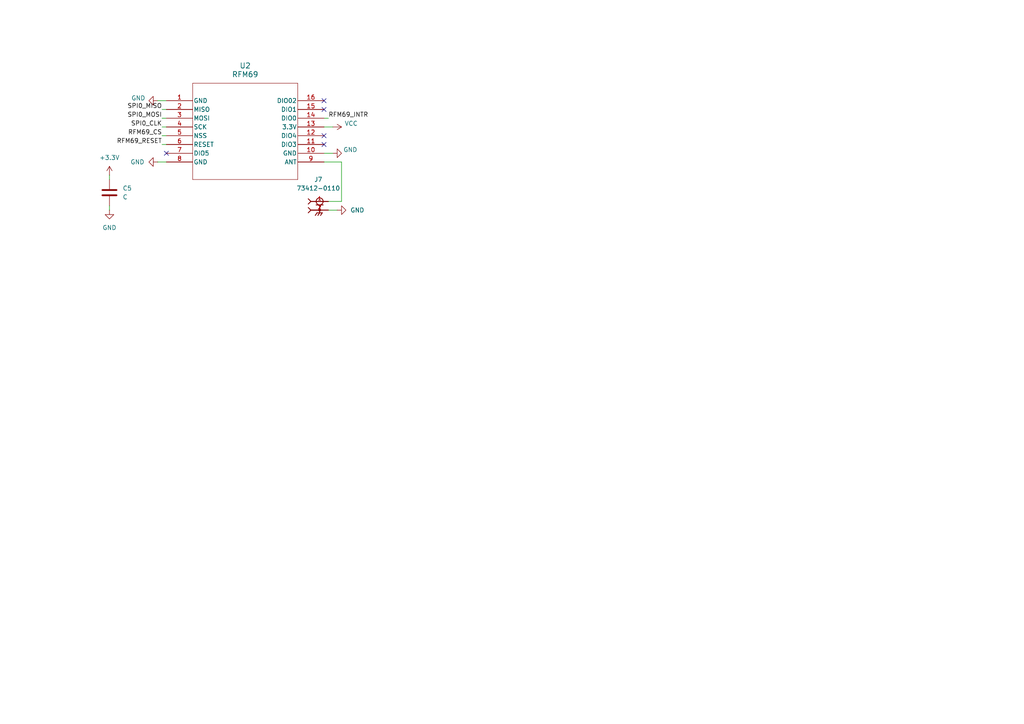
<source format=kicad_sch>
(kicad_sch (version 20231120) (generator "eeschema") (generator_version "8.0")
  (paper "A4")
  (lib_symbols
    (symbol "2024-03-24_21-06-40:COM-13909" (pin_names (offset 0.254))
      (property "Reference" "U" (at 22.86 10.16 0))
      (property "Value" "COM-13909" (at 22.86 7.62 0))
      (symbol "COM-13909_0_1"
        (polyline (pts (xy 7.62 -22.86) (xy 38.1 -22.86)) (stroke (width 0.127)))
        (polyline (pts (xy 7.62 5.08) (xy 7.62 -22.86)) (stroke (width 0.127)))
        (polyline (pts (xy 38.1 -22.86) (xy 38.1 5.08)) (stroke (width 0.127)))
        (polyline (pts (xy 38.1 5.08) (xy 7.62 5.08)) (stroke (width 0.127)))
        (pin power_out line (at 0 0 0) (length 7.62) (name "GND") (number "1"))
        (pin power_out line (at 45.72 -15.24 180) (length 7.62) (name "GND") (number "10"))
        (pin bidirectional line (at 45.72 -12.7 180) (length 7.62) (name "DIO3") (number "11"))
        (pin bidirectional line (at 45.72 -10.16 180) (length 7.62) (name "DIO4") (number "12"))
        (pin power_in line (at 45.72 -7.62 180) (length 7.62) (name "3.3V") (number "13"))
        (pin bidirectional line (at 45.72 -5.08 180) (length 7.62) (name "DIO0") (number "14"))
        (pin bidirectional line (at 45.72 -2.54 180) (length 7.62) (name "DIO1") (number "15"))
        (pin bidirectional line (at 45.72 0 180) (length 7.62) (name "DIO02") (number "16"))
        (pin input line (at 0 -2.54 0) (length 7.62) (name "MISO") (number "2"))
        (pin output line (at 0 -5.08 0) (length 7.62) (name "MOSI") (number "3"))
        (pin input line (at 0 -7.62 0) (length 7.62) (name "SCK") (number "4"))
        (pin input line (at 0 -10.16 0) (length 7.62) (name "NSS") (number "5"))
        (pin bidirectional line (at 0 -12.7 0) (length 7.62) (name "RESET") (number "6"))
        (pin bidirectional line (at 0 -15.24 0) (length 7.62) (name "DIO5") (number "7"))
        (pin power_out line (at 0 -17.78 0) (length 7.62) (name "GND") (number "8"))
        (pin unspecified line (at 45.72 -17.78 180) (length 7.62) (name "ANT") (number "9"))
      )
    )
    (symbol "73412-0110:73412-0110" (pin_names (offset 1.016))
      (property "Reference" "J" (at -3.81 4.064 0))
      (property "Value" "73412-0110" (at -4.064 -4.318 0))
      (symbol "73412-0110_0_0"
        (polyline (pts (xy -3.302 -0.762) (xy -2.54 0)) (stroke (width 0.254)))
        (polyline (pts (xy -3.302 0.762) (xy -2.54 0)) (stroke (width 0.254)))
        (polyline (pts (xy -3.302 1.778) (xy -2.54 2.54)) (stroke (width 0.254)))
        (polyline (pts (xy -3.302 3.302) (xy -2.54 2.54)) (stroke (width 0.254)))
        (polyline (pts (xy -2.54 0) (xy 0 0)) (stroke (width 0.254)))
        (polyline (pts (xy -2.54 2.54) (xy 2.54 2.54)) (stroke (width 0.254)))
        (polyline (pts (xy -1.016 1.524) (xy 0 1.524)) (stroke (width 0.254)))
        (polyline (pts (xy -0.762 -0.762) (xy -1.27 -1.524)) (stroke (width 0.254)))
        (polyline (pts (xy 0 -0.762) (xy -0.762 -0.762)) (stroke (width 0.254)))
        (polyline (pts (xy 0 -0.762) (xy -0.508 -1.524)) (stroke (width 0.254)))
        (polyline (pts (xy 0 -0.762) (xy 0.762 -0.762)) (stroke (width 0.254)))
        (polyline (pts (xy 0 0) (xy -2.286 0)) (stroke (width 0.254)))
        (polyline (pts (xy 0 0) (xy 0 -0.762)) (stroke (width 0.254)))
        (polyline (pts (xy 0 1.524) (xy 0 0)) (stroke (width 0.254)))
        (polyline (pts (xy 0 1.524) (xy 1.016 1.524)) (stroke (width 0.254)))
        (polyline (pts (xy 0.762 -0.762) (xy 0.254 -1.524)) (stroke (width 0.254)))
        (polyline (pts (xy 2.54 0) (xy 0 0)) (stroke (width 0.254)))
        (circle (center 0 0) (radius 0.254) (stroke (width 0.254)))
        (circle (center 0 2.54) (radius 1.016) (stroke (width 0.254)))
        (pin passive line (at 2.54 2.54 180) (length 5.08) (name "~") (number "1"))
        (pin power_in line (at 2.54 0 180) (length 5.08) (name "~") (number "2"))
      )
    )
    (symbol "Device:C" (pin_numbers hide) (pin_names (offset 0.254))
      (property "Reference" "C" (at 0.635 2.54 0))
      (property "Value" "C" (at 0.635 -2.54 0))
      (symbol "C_0_1"
        (polyline (pts (xy -2.032 -0.762) (xy 2.032 -0.762)) (stroke (width 0.508)))
        (polyline (pts (xy -2.032 0.762) (xy 2.032 0.762)) (stroke (width 0.508)))
      )
      (symbol "C_1_1"
        (pin passive line (at 0 3.81 270) (length 2.794) (name "~") (number "1"))
        (pin passive line (at 0 -3.81 90) (length 2.794) (name "~") (number "2"))
      )
    )
    (symbol "GND_1" (power) (pin_numbers hide) (pin_names (offset 0) hide)
      (property "Value" "GND" (at 0 -3.81 0))
      (symbol "GND_1_0_1"
        (polyline (pts (xy 0 0) (xy 0 -1.27) (xy 1.27 -1.27) (xy 0 -2.54) (xy -1.27 -1.27) (xy 0 -1.27)))
      )
      (symbol "GND_1_1_1"
        (pin power_in line (at 0 0 270) (length 0) (name "~") (number "1"))
      )
    )
    (symbol "GND_3" (power) (pin_numbers hide) (pin_names (offset 0) hide)
      (property "Value" "GND" (at 0 -3.81 0))
      (symbol "GND_3_0_1"
        (polyline (pts (xy 0 0) (xy 0 -1.27) (xy 1.27 -1.27) (xy 0 -2.54) (xy -1.27 -1.27) (xy 0 -1.27)))
      )
      (symbol "GND_3_1_1"
        (pin power_in line (at 0 0 270) (length 0) (name "~") (number "1"))
      )
    )
    (symbol "power:+3.3V" (power) (pin_numbers hide) (pin_names (offset 0) hide)
      (property "Value" "+3.3V" (at 0 3.556 0))
      (symbol "+3.3V_0_1"
        (polyline (pts (xy -0.762 1.27) (xy 0 2.54)))
        (polyline (pts (xy 0 0) (xy 0 2.54)))
        (polyline (pts (xy 0 2.54) (xy 0.762 1.27)))
      )
      (symbol "+3.3V_1_1"
        (pin power_in line (at 0 0 90) (length 0) (name "~") (number "1"))
      )
    )
    (symbol "power:VCC" (power) (pin_names (offset 0))
      (property "Value" "VCC" (at 0 3.81 0))
      (symbol "VCC_0_1"
        (polyline (pts (xy -0.762 1.27) (xy 0 2.54)))
        (polyline (pts (xy 0 0) (xy 0 2.54)))
        (polyline (pts (xy 0 2.54) (xy 0.762 1.27)))
      )
      (symbol "VCC_1_1"
        (pin power_in line (at 0 0 90) (length 0) hide (name "VCC") (number "1"))
      )
    )
  )
  (no_connect (at 93.98 31.75))
  (no_connect (at 93.98 39.37))
  (no_connect (at 48.26 44.45))
  (no_connect (at 93.98 29.21))
  (no_connect (at 93.98 41.91))
  (wire (pts (xy 95.25 60.96) (xy 97.79 60.96)))
  (wire (pts (xy 93.98 34.29) (xy 95.25 34.29)))
  (wire (pts (xy 99.06 58.42) (xy 95.25 58.42)))
  (wire (pts (xy 93.98 44.45) (xy 96.52 44.45)))
  (wire (pts (xy 46.99 39.37) (xy 48.26 39.37)))
  (wire (pts (xy 46.99 41.91) (xy 48.26 41.91)))
  (wire (pts (xy 31.75 59.69) (xy 31.75 60.96)))
  (wire (pts (xy 46.99 36.83) (xy 48.26 36.83)))
  (wire (pts (xy 93.98 46.99) (xy 99.06 46.99)))
  (wire (pts (xy 46.99 31.75) (xy 48.26 31.75)))
  (wire (pts (xy 46.99 34.29) (xy 48.26 34.29)))
  (wire (pts (xy 45.72 46.99) (xy 48.26 46.99)))
  (wire (pts (xy 99.06 46.99) (xy 99.06 58.42)))
  (wire (pts (xy 31.75 50.8) (xy 31.75 52.07)))
  (wire (pts (xy 93.98 36.83) (xy 96.52 36.83)))
  (wire (pts (xy 45.72 29.21) (xy 48.26 29.21)))
  (label "SPI0_CLK" (at 46.99 36.83 180))
  (label "RFM69_RESET" (at 46.99 41.91 180))
  (label "SPI0_MISO" (at 46.99 31.75 180))
  (label "RFM69_CS" (at 46.99 39.37 180))
  (label "RFM69_INTR" (at 95.25 34.29 0))
  (label "SPI0_MOSI" (at 46.99 34.29 180))
  (symbol (lib_id "power:+3.3V") (at 31.75 50.8 0) (unit 1)
    (property "Reference" "#PWR010" (effects (hide yes)))
    (property "Value" "+3.3V" (at 31.75 45.72 0))
    (property "Description" "Power symbol creates a global label with name \"+3.3V\"" (effects (hide yes)))
  )
  (symbol (lib_name "GND_1") (lib_id "power:GND") (at 97.79 60.96 90) (unit 1)
    (property "Reference" "#PWR020" (effects (hide yes)))
    (property "Value" "GND" (at 101.6 60.9599 90) (effects (justify right)))
    (property "Description" "Power symbol creates a global label with name \"GND\" , ground" (effects (hide yes)))
  )
  (symbol (lib_id "power:VCC") (at 96.52 36.83 270) (unit 1)
    (property "Reference" "#PWR018" (effects (hide yes)))
    (property "Value" "VCC" (at 101.854 35.814 90))
  )
  (symbol (lib_id "73412-0110:73412-0110") (at 92.71 60.96 0) (unit 1)
    (property "Reference" "J7" (at 92.329 52.07 0))
    (property "Value" "73412-0110" (at 92.329 54.61 0))
    (property "Footprint" "734120110:MOLEX_73412-0110" (effects (hide yes)))
    (property "PARTREV" "D" (effects (hide yes)))
    (property "STANDARD" "Manufacturer Recommendations" (effects (hide yes)))
    (property "MAXIMUM_PACKAGE_HEIGHT" "1.31 mm" (effects (hide yes)))
    (property "MANUFACTURER" "Molex" (effects (hide yes)))
  )
  (symbol (lib_name "GND_1") (lib_id "power:GND") (at 96.52 44.45 90) (unit 1)
    (property "Reference" "#PWR019" (effects (hide yes)))
    (property "Value" "GND" (at 99.568 43.434 90) (effects (justify right)))
    (property "Description" "Power symbol creates a global label with name \"GND\" , ground" (effects (hide yes)))
  )
  (symbol (lib_name "GND_1") (lib_id "power:GND") (at 45.72 46.99 270) (unit 1)
    (property "Reference" "#PWR017" (effects (hide yes)))
    (property "Value" "GND" (at 41.91 46.9899 90) (effects (justify right)))
    (property "Description" "Power symbol creates a global label with name \"GND\" , ground" (effects (hide yes)))
  )
  (symbol (lib_id "Device:C") (at 31.75 55.88 0) (unit 1)
    (property "Reference" "C5" (at 35.56 54.6099 0) (effects (justify left)))
    (property "Value" "C" (at 35.56 57.1499 0) (effects (justify left)))
    (property "Description" "Unpolarized capacitor" (effects (hide yes)))
  )
  (symbol (lib_name "GND_3") (lib_id "power:GND") (at 31.75 60.96 0) (unit 1)
    (property "Reference" "#PWR011" (effects (hide yes)))
    (property "Value" "GND" (at 31.75 66.04 0))
    (property "Description" "Power symbol creates a global label with name \"GND\" , ground" (effects (hide yes)))
  )
  (symbol (lib_id "2024-03-24_21-06-40:COM-13909") (at 48.26 29.21 0) (unit 1)
    (property "Reference" "U2" (at 71.12 19.05 0) (effects (font (size 1.524 1.524))))
    (property "Value" "RFM69" (at 71.12 21.59 0) (effects (font (size 1.524 1.524))))
    (property "Footprint" "RFM69:RFM69HCW_SPK" (effects (hide yes)))
    (property "Datasheet" "COM-13909" (effects (hide yes)))
  )
  (symbol (lib_name "GND_1") (lib_id "power:GND") (at 45.72 29.21 270) (unit 1)
    (property "Reference" "#PWR016" (effects (hide yes)))
    (property "Value" "GND" (at 42.164 28.448 90) (effects (justify right)))
    (property "Description" "Power symbol creates a global label with name \"GND\" , ground" (effects (hide yes)))
  )
)
</source>
